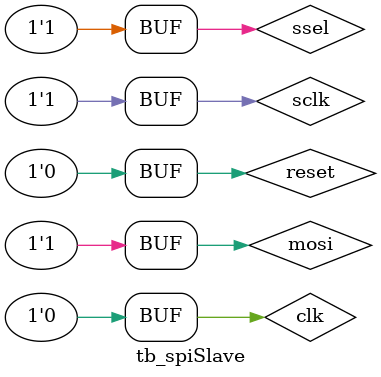
<source format=sv>
`timescale 1 ns / 100 ps

module tb_spiSlave ();

   localparam int T = 10;
   
   localparam logic CPOL     = 1'b1; // spi clock polarity mode
   localparam logic CPHA     = 1'b1; // spi clock phase mode
   localparam int   DATA_WDT = 8;    // data width in bits     

   logic                      clk;
   logic                      reset;         // async reset      
   logic                      ssel = 1'b1;   // active low slave select signal
   logic                      sclk = CPOL;   // spi clock
   logic                      mosi = 1'b1;   // master out, slave in data line
   logic                      miso;          // master in, slave out data line   
   logic [ DATA_WDT - 1 : 0 ] txData;        //
   logic                      txLoad;        //
   logic [ DATA_WDT - 1 : 0 ] rxData;        //  
   logic                      rxRdy;         //   

   spiSlave uut
      ( .clk    ( clk    ),
        .reset  ( reset  ),      
        .ssel   ( ssel   ),
        .sclk   ( sclk   ),
        .mosi   ( mosi   ),
        .miso   ( miso   ),
        .txData ( txData ),
        .txLoad ( txLoad ),
        .rxData ( rxData ),
        .rxRdy  ( rxRdy  ) );
      
   always begin   
      clk = 1'b1;
      #( T / 2 );
      clk = 1'b0;
      #( T / 2 );
   end
   
   initial begin   
      reset = 1'b1;
      #( 10 * T + T / 2 );
      reset = 1'b0;
   end
   
endmodule
</source>
